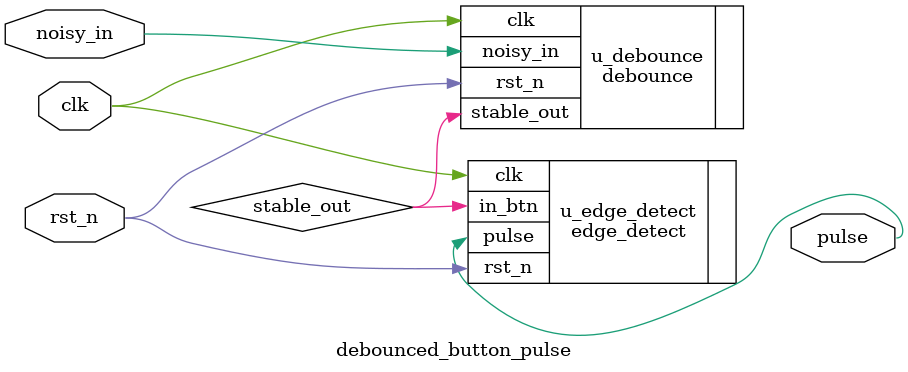
<source format=v>
`timescale 1ns/1ps
module debounced_button_pulse #(
	parameter integer LAST_CYCLES = 2_000_000 // 去抖稳定所需的时钟周期数，默认20ms at 100MHz
) (
	input wire clk,
	input wire rst_n,		// 异步复位，低有效
	input wire noisy_in,	// 按键原始输入（可能有抖动）
	output wire pulse		// 去抖后的按键脉冲输出
);

	wire stable_out; // 去抖后的稳定信号

	debounce #(.LAST_CYCLES(LAST_CYCLES)) u_debounce (
		.clk(clk),
		.rst_n(rst_n),
		.noisy_in(noisy_in),
		.stable_out(stable_out)
	);

	edge_detect u_edge_detect (
		.clk(clk),
		.rst_n(rst_n),
		.in_btn(stable_out),
		.pulse(pulse)
	);

endmodule
</source>
